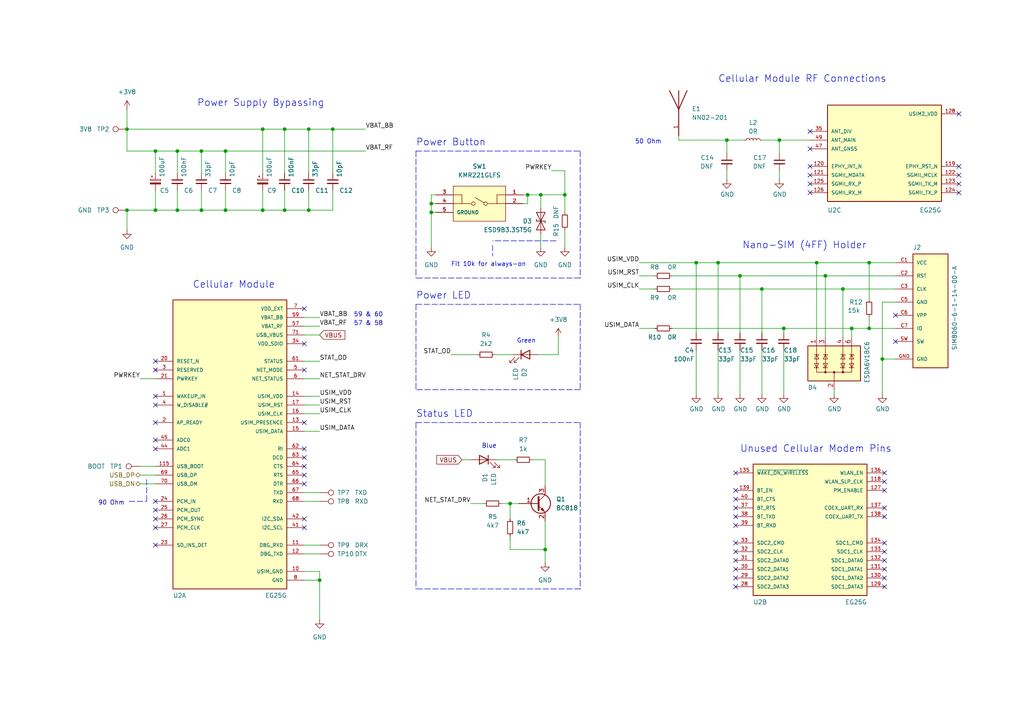
<source format=kicad_sch>
(kicad_sch (version 20211123) (generator eeschema)
  (paper "A4")
  (title_block (title "Cellular Modem"))
  (junction (at 82.55 60.96))
  (junction (at 65.405 60.96))
  (junction (at 92.71 168.275))
  (junction (at 239.395 80.01))
  (junction (at 226.06 40.64))
  (junction (at 125.095 59.055))
  (junction (at 156.845 56.515))
  (junction (at 89.535 37.465))
  (junction (at 147.955 146.05))
  (junction (at 214.63 80.01))
  (junction (at 252.095 95.25))
  (junction (at 125.095 61.595))
  (junction (at 247.015 95.25))
  (junction (at 45.085 60.96))
  (junction (at 82.55 37.465))
  (junction (at 51.435 43.815))
  (junction (at 163.83 56.515))
  (junction (at 51.435 60.96))
  (junction (at 252.095 76.2))
  (junction (at 201.93 76.2))
  (junction (at 76.2 60.96))
  (junction (at 58.42 43.815))
  (junction (at 96.52 37.465))
  (junction (at 255.905 104.14))
  (junction (at 236.855 76.2))
  (junction (at 36.83 60.96))
  (junction (at 153.035 56.515))
  (junction (at 36.83 37.465))
  (junction (at 58.42 60.96))
  (junction (at 227.33 95.25))
  (junction (at 89.535 60.96))
  (junction (at 220.98 83.82))
  (junction (at 210.82 40.64))
  (junction (at 208.28 76.2))
  (junction (at 158.115 159.385))
  (junction (at 244.475 83.82))
  (junction (at 76.2 37.465))
  (junction (at 65.405 43.815))
  (junction (at 45.085 43.815))
  (no_connect (at 259.715 91.44))
  (no_connect (at 88.265 135.255))
  (no_connect (at 88.265 137.795))
  (no_connect (at 88.265 140.335))
  (no_connect (at 88.265 153.035))
  (no_connect (at 88.265 150.495))
  (no_connect (at 45.085 107.315))
  (no_connect (at 45.085 104.775))
  (no_connect (at 45.085 130.175))
  (no_connect (at 45.085 127.635))
  (no_connect (at 45.085 122.555))
  (no_connect (at 88.265 99.695))
  (no_connect (at 88.265 107.315))
  (no_connect (at 88.265 122.555))
  (no_connect (at 234.95 43.18))
  (no_connect (at 234.95 38.1))
  (no_connect (at 88.265 130.175))
  (no_connect (at 259.715 99.06))
  (no_connect (at 88.265 132.715))
  (no_connect (at 45.085 153.035))
  (no_connect (at 45.085 158.115))
  (no_connect (at 45.085 150.495))
  (no_connect (at 45.085 145.415))
  (no_connect (at 45.085 147.955))
  (no_connect (at 234.95 48.26))
  (no_connect (at 278.13 48.26))
  (no_connect (at 278.13 50.8))
  (no_connect (at 278.13 55.88))
  (no_connect (at 278.13 33.02))
  (no_connect (at 278.13 53.34))
  (no_connect (at 234.95 53.34))
  (no_connect (at 234.95 50.8))
  (no_connect (at 234.95 55.88))
  (no_connect (at 213.36 149.86))
  (no_connect (at 213.36 147.32))
  (no_connect (at 213.36 152.4))
  (no_connect (at 213.36 157.48))
  (no_connect (at 213.36 167.64))
  (no_connect (at 213.36 165.1))
  (no_connect (at 213.36 160.02))
  (no_connect (at 213.36 170.18))
  (no_connect (at 213.36 162.56))
  (no_connect (at 256.54 167.64))
  (no_connect (at 256.54 160.02))
  (no_connect (at 256.54 165.1))
  (no_connect (at 256.54 170.18))
  (no_connect (at 256.54 162.56))
  (no_connect (at 213.36 144.78))
  (no_connect (at 213.36 137.16))
  (no_connect (at 213.36 142.24))
  (no_connect (at 256.54 157.48))
  (no_connect (at 256.54 137.16))
  (no_connect (at 256.54 142.24))
  (no_connect (at 256.54 149.86))
  (no_connect (at 256.54 147.32))
  (no_connect (at 256.54 139.7))
  (no_connect (at 88.265 89.535))
  (no_connect (at 45.085 114.935))
  (no_connect (at 45.085 117.475))
  (polyline (pts (xy 142.875 71.12) (xy 142.875 74.295)))
  (wire (pts (xy 76.2 60.96) (xy 82.55 60.96)))
  (wire (pts (xy 244.475 83.82) (xy 259.715 83.82)))
  (wire (pts (xy 88.265 104.775) (xy 92.71 104.775)))
  (wire (pts (xy 147.955 159.385) (xy 158.115 159.385)))
  (wire (pts (xy 45.085 135.255) (xy 40.64 135.255)))
  (wire (pts (xy 236.855 76.2) (xy 252.095 76.2)))
  (wire (pts (xy 255.905 104.14) (xy 259.715 104.14)))
  (wire (pts (xy 88.265 168.275) (xy 92.71 168.275)))
  (wire (pts (xy 194.945 83.82) (xy 220.98 83.82)))
  (wire (pts (xy 88.265 160.655) (xy 92.71 160.655)))
  (wire (pts (xy 163.83 61.595) (xy 163.83 56.515)))
  (wire (pts (xy 252.095 95.25) (xy 259.715 95.25)))
  (wire (pts (xy 220.98 40.64) (xy 226.06 40.64)))
  (wire (pts (xy 96.52 37.465) (xy 96.52 50.165)))
  (wire (pts (xy 133.985 133.35) (xy 136.525 133.35)))
  (wire (pts (xy 76.2 55.245) (xy 76.2 60.96)))
  (polyline (pts (xy 42.545 139.065) (xy 42.545 145.415)))
  (wire (pts (xy 201.93 101.6) (xy 201.93 114.3)))
  (wire (pts (xy 147.955 146.05) (xy 150.495 146.05)))
  (wire (pts (xy 40.64 140.335) (xy 45.085 140.335)))
  (wire (pts (xy 92.71 168.275) (xy 92.71 179.705)))
  (wire (pts (xy 65.405 43.815) (xy 106.045 43.815)))
  (wire (pts (xy 226.06 49.53) (xy 226.06 52.07)))
  (polyline (pts (xy 168.275 88.265) (xy 168.275 113.03)))
  (wire (pts (xy 36.83 31.75) (xy 36.83 37.465)))
  (wire (pts (xy 214.63 80.01) (xy 239.395 80.01)))
  (polyline (pts (xy 161.29 69.85) (xy 142.875 69.85)))
  (wire (pts (xy 82.55 37.465) (xy 89.535 37.465)))
  (wire (pts (xy 82.55 55.245) (xy 82.55 60.96)))
  (wire (pts (xy 96.52 55.245) (xy 96.52 60.96)))
  (wire (pts (xy 214.63 96.52) (xy 214.63 80.01)))
  (wire (pts (xy 185.42 80.01) (xy 189.865 80.01)))
  (polyline (pts (xy 120.65 122.555) (xy 120.65 170.815)))
  (wire (pts (xy 88.265 97.155) (xy 92.71 97.155)))
  (polyline (pts (xy 120.65 43.815) (xy 120.65 80.645)))
  (wire (pts (xy 65.405 55.245) (xy 65.405 60.96)))
  (wire (pts (xy 189.865 95.25) (xy 185.42 95.25)))
  (wire (pts (xy 210.82 40.64) (xy 215.9 40.64)))
  (wire (pts (xy 220.98 83.82) (xy 220.98 96.52)))
  (wire (pts (xy 51.435 55.245) (xy 51.435 60.96)))
  (wire (pts (xy 145.415 146.05) (xy 147.955 146.05)))
  (wire (pts (xy 36.83 37.465) (xy 36.83 43.815)))
  (wire (pts (xy 58.42 43.815) (xy 65.405 43.815)))
  (wire (pts (xy 158.115 159.385) (xy 158.115 163.195)))
  (wire (pts (xy 51.435 43.815) (xy 58.42 43.815)))
  (wire (pts (xy 194.945 80.01) (xy 214.63 80.01)))
  (wire (pts (xy 156.845 67.945) (xy 156.845 71.755)))
  (wire (pts (xy 163.83 56.515) (xy 163.83 49.53)))
  (polyline (pts (xy 120.65 122.555) (xy 168.275 122.555)))
  (wire (pts (xy 45.085 109.855) (xy 40.64 109.855)))
  (wire (pts (xy 185.42 76.2) (xy 201.93 76.2)))
  (wire (pts (xy 88.265 158.115) (xy 92.71 158.115)))
  (wire (pts (xy 88.265 145.415) (xy 92.71 145.415)))
  (wire (pts (xy 208.28 76.2) (xy 208.28 96.52)))
  (wire (pts (xy 252.095 91.948) (xy 252.095 95.25)))
  (wire (pts (xy 65.405 43.815) (xy 65.405 50.165)))
  (wire (pts (xy 88.265 114.935) (xy 92.71 114.935)))
  (wire (pts (xy 239.395 80.01) (xy 259.715 80.01)))
  (wire (pts (xy 156.21 102.87) (xy 161.925 102.87)))
  (wire (pts (xy 255.905 87.63) (xy 255.905 104.14)))
  (polyline (pts (xy 168.275 43.815) (xy 168.275 80.645)))
  (wire (pts (xy 58.42 60.96) (xy 65.405 60.96)))
  (wire (pts (xy 88.265 117.475) (xy 92.71 117.475)))
  (wire (pts (xy 89.535 55.245) (xy 89.535 60.96)))
  (wire (pts (xy 136.525 146.05) (xy 140.335 146.05)))
  (wire (pts (xy 88.265 92.075) (xy 92.71 92.075)))
  (wire (pts (xy 65.405 60.96) (xy 76.2 60.96)))
  (wire (pts (xy 189.865 83.82) (xy 185.42 83.82)))
  (wire (pts (xy 82.55 37.465) (xy 82.55 50.165)))
  (wire (pts (xy 147.955 155.575) (xy 147.955 159.385)))
  (wire (pts (xy 40.64 137.795) (xy 45.085 137.795)))
  (wire (pts (xy 160.02 49.53) (xy 163.83 49.53)))
  (wire (pts (xy 226.06 40.64) (xy 226.06 44.45)))
  (wire (pts (xy 153.035 56.515) (xy 151.765 56.515)))
  (wire (pts (xy 45.085 43.815) (xy 45.085 50.165)))
  (wire (pts (xy 196.85 40.64) (xy 210.82 40.64)))
  (wire (pts (xy 58.42 55.245) (xy 58.42 60.96)))
  (wire (pts (xy 153.035 59.055) (xy 153.035 56.515)))
  (wire (pts (xy 51.435 60.96) (xy 58.42 60.96)))
  (wire (pts (xy 88.265 165.735) (xy 92.71 165.735)))
  (wire (pts (xy 163.83 66.675) (xy 163.83 71.755)))
  (wire (pts (xy 89.535 37.465) (xy 89.535 50.165)))
  (wire (pts (xy 220.98 101.6) (xy 220.98 114.3)))
  (wire (pts (xy 147.955 146.05) (xy 147.955 150.495)))
  (wire (pts (xy 161.925 97.79) (xy 161.925 102.87)))
  (wire (pts (xy 210.82 49.53) (xy 210.82 52.07)))
  (wire (pts (xy 210.82 40.64) (xy 210.82 44.45)))
  (wire (pts (xy 36.83 37.465) (xy 76.2 37.465)))
  (wire (pts (xy 220.98 83.82) (xy 244.475 83.82)))
  (wire (pts (xy 227.33 95.25) (xy 247.015 95.25)))
  (wire (pts (xy 36.83 60.96) (xy 36.83 66.675)))
  (wire (pts (xy 196.85 40.64) (xy 196.85 39.37)))
  (polyline (pts (xy 168.275 170.815) (xy 120.65 170.815)))
  (wire (pts (xy 125.095 59.055) (xy 126.365 59.055)))
  (wire (pts (xy 130.81 102.87) (xy 138.43 102.87)))
  (wire (pts (xy 158.115 133.35) (xy 158.115 140.97)))
  (wire (pts (xy 194.945 95.25) (xy 227.33 95.25)))
  (wire (pts (xy 51.435 43.815) (xy 51.435 50.165)))
  (wire (pts (xy 208.28 101.6) (xy 208.28 114.3)))
  (wire (pts (xy 125.095 59.055) (xy 125.095 61.595)))
  (wire (pts (xy 76.2 37.465) (xy 82.55 37.465)))
  (wire (pts (xy 125.095 56.515) (xy 125.095 59.055)))
  (wire (pts (xy 252.095 86.868) (xy 252.095 76.2)))
  (wire (pts (xy 89.535 60.96) (xy 96.52 60.96)))
  (wire (pts (xy 88.265 142.875) (xy 92.71 142.875)))
  (wire (pts (xy 125.095 61.595) (xy 126.365 61.595)))
  (polyline (pts (xy 120.65 88.265) (xy 120.65 113.03)))
  (wire (pts (xy 36.83 43.815) (xy 45.085 43.815)))
  (wire (pts (xy 227.33 96.52) (xy 227.33 95.25)))
  (wire (pts (xy 45.085 60.96) (xy 51.435 60.96)))
  (wire (pts (xy 201.93 76.2) (xy 208.28 76.2)))
  (polyline (pts (xy 120.65 88.265) (xy 168.275 88.265)))
  (wire (pts (xy 76.2 37.465) (xy 76.2 50.165)))
  (wire (pts (xy 82.55 60.96) (xy 89.535 60.96)))
  (wire (pts (xy 148.59 102.87) (xy 143.51 102.87)))
  (wire (pts (xy 163.83 56.515) (xy 156.845 56.515)))
  (wire (pts (xy 58.42 43.815) (xy 58.42 50.165)))
  (wire (pts (xy 153.035 56.515) (xy 156.845 56.515)))
  (wire (pts (xy 45.085 43.815) (xy 51.435 43.815)))
  (wire (pts (xy 252.095 76.2) (xy 259.715 76.2)))
  (wire (pts (xy 154.305 133.35) (xy 158.115 133.35)))
  (wire (pts (xy 92.71 165.735) (xy 92.71 168.275)))
  (wire (pts (xy 88.265 109.855) (xy 92.71 109.855)))
  (wire (pts (xy 208.28 76.2) (xy 236.855 76.2)))
  (wire (pts (xy 236.855 76.2) (xy 236.855 97.79)))
  (polyline (pts (xy 120.65 43.815) (xy 168.275 43.815)))
  (wire (pts (xy 201.93 76.2) (xy 201.93 96.52)))
  (wire (pts (xy 226.06 40.64) (xy 234.95 40.64)))
  (wire (pts (xy 45.085 55.245) (xy 45.085 60.96)))
  (wire (pts (xy 255.905 87.63) (xy 259.715 87.63)))
  (wire (pts (xy 88.265 94.615) (xy 92.71 94.615)))
  (wire (pts (xy 244.475 83.82) (xy 244.475 97.79)))
  (wire (pts (xy 89.535 37.465) (xy 96.52 37.465)))
  (wire (pts (xy 227.33 101.6) (xy 227.33 114.3)))
  (wire (pts (xy 88.265 125.095) (xy 92.71 125.095)))
  (wire (pts (xy 255.905 104.14) (xy 255.905 114.3)))
  (wire (pts (xy 247.015 95.25) (xy 252.095 95.25)))
  (wire (pts (xy 126.365 56.515) (xy 125.095 56.515)))
  (wire (pts (xy 36.83 60.96) (xy 45.085 60.96)))
  (wire (pts (xy 88.265 120.015) (xy 92.71 120.015)))
  (wire (pts (xy 247.015 95.25) (xy 247.015 97.79)))
  (wire (pts (xy 151.765 59.055) (xy 153.035 59.055)))
  (wire (pts (xy 241.935 113.03) (xy 241.935 114.3)))
  (wire (pts (xy 156.845 56.515) (xy 156.845 60.325)))
  (polyline (pts (xy 168.275 122.555) (xy 168.275 170.815)))
  (wire (pts (xy 96.52 37.465) (xy 106.045 37.465)))
  (polyline (pts (xy 37.465 145.415) (xy 42.545 145.415)))
  (wire (pts (xy 158.115 151.13) (xy 158.115 159.385)))
  (wire (pts (xy 144.145 133.35) (xy 149.225 133.35)))
  (wire (pts (xy 125.095 61.595) (xy 125.095 71.755)))
  (polyline (pts (xy 168.275 80.645) (xy 120.65 80.645)))
  (wire (pts (xy 214.63 101.6) (xy 214.63 114.3)))
  (polyline (pts (xy 168.275 113.03) (xy 120.65 113.03)))
  (wire (pts (xy 239.395 80.01) (xy 239.395 97.79)))
  (text "Status LED" (at 120.65 121.285 0) (effects (font (size 2 2)) (justify left bottom)))
  (text "57 & 58" (at 111.125 94.615 180) (effects (font (size 1.27 1.27)) (justify right bottom)))
  (text "59 & 60" (at 111.125 92.075 180) (effects (font (size 1.27 1.27)) (justify right bottom)))
  (text "Green" (at 149.86 99.695 0) (effects (font (size 1.27 1.27)) (justify left bottom)))
  (text "Unused Cellular Modem Pins" (at 214.63 131.445 0) (effects (font (size 2 2)) (justify left bottom)))
  (text "Blue" (at 139.7 130.175 0) (effects (font (size 1.27 1.27)) (justify left bottom)))
  (text "90 Ohm" (at 36.195 146.685 180) (effects (font (size 1.27 1.27)) (justify right bottom)))
  (text "50 Ohm" (at 184.15 41.91 0) (effects (font (size 1.27 1.27)) (justify left bottom)))
  (text "Power LED" (at 120.65 86.995 0) (effects (font (size 2 2)) (justify left bottom)))
  (text "Power Supply Bypassing" (at 57.15 31.115 0) (effects (font (size 2 2)) (justify left bottom)))
  (text "Nano-SIM (4FF) Holder" (at 215.265 72.39 0) (effects (font (size 2 2)) (justify left bottom)))
  (text "Power Button" (at 120.65 42.545 0) (effects (font (size 2 2)) (justify left bottom)))
  (text "Cellular Module" (at 55.88 83.82 0) (effects (font (size 2 2)) (justify left bottom)))
  (text "Cellular Module RF Connections" (at 208.28 24.13 0) (effects (font (size 2 2)) (justify left bottom)))
  (text "Fit 10k for always-on" (at 130.81 77.47 0) (effects (font (size 1.27 1.27)) (justify left bottom)))
  (label "STAT_OD" (at 130.81 102.87 180))
  (label "VBAT_RF" (at 92.71 94.615 0))
  (label "USIM_CLK" (at 185.42 83.82 180))
  (label "USIM_CLK" (at 92.71 120.015 0))
  (label "USIM_VDD" (at 92.71 114.935 0))
  (label "VBAT_BB" (at 106.045 37.465 0))
  (label "USIM_DATA" (at 92.71 125.095 0))
  (label "USIM_VDD" (at 185.42 76.2 180))
  (label "PWRKEY" (at 160.02 49.53 180))
  (label "VBAT_BB" (at 92.71 92.075 0))
  (label "NET_STAT_DRV" (at 92.71 109.855 0))
  (label "USIM_DATA" (at 185.42 95.25 180))
  (label "PWRKEY" (at 40.64 109.855 180))
  (label "USIM_RST" (at 185.42 80.01 180))
  (label "NET_STAT_DRV" (at 136.525 146.05 180))
  (label "VBAT_RF" (at 106.045 43.815 0))
  (label "USIM_RST" (at 92.71 117.475 0))
  (label "STAT_OD" (at 92.71 104.775 0))
  (global_label "VBUS" (shape input) (at 133.985 133.35 180) (property "Intersheet References" "${INTERSHEET_REFS}" (effects hide)))
  (global_label "VBUS" (shape input) (at 92.71 97.155 0) (property "Intersheet References" "${INTERSHEET_REFS}" (effects hide)))
  (hierarchical_label "USB_DN" (shape bidirectional) (at 40.64 140.335 180))
  (hierarchical_label "USB_DP" (shape bidirectional) (at 40.64 137.795 180))
  (symbol (lib_id "power:GND") (at 214.63 114.3 0) (unit 1)
    (property "Reference" "#PWR018" (effects hide))
    (property "Value" "GND" (at 214.7316 118.618 0))
  )
  (symbol (lib_id "power:+3V8") (at 161.925 97.79 0) (unit 1)
    (property "Reference" "#PWR014" (effects hide))
    (property "Value" "+3V8" (at 161.925 92.71 0))
  )
  (symbol (lib_id "Device:C_Small") (at 51.435 52.705 0) (unit 1)
    (property "Reference" "C6" (at 53.34 55.245 0) (effects (justify left)))
    (property "Value" "100nF" (at 53.34 51.435 90) (effects (justify left)))
    (property "Footprint" "Capacitor_SMD:C_0603_1608Metric" (effects hide))
  )
  (symbol (lib_name "EG25G_1") (lib_id "EG25G:EG25G") (at 237.49 152.4 0) (unit 2)
    (property "Reference" "U2" (at 218.44 174.625 0) (effects (justify left)))
    (property "Value" "EG25G" (at 251.46 174.625 0) (effects (justify right)))
    (property "Footprint" "EG25G:XCVR_EG25G" (effects hide))
  )
  (symbol (lib_id "Device:C_Small") (at 82.55 52.705 0) (unit 1)
    (property "Reference" "C10" (at 84.455 55.245 0) (effects (justify left)))
    (property "Value" "100nF" (at 84.455 51.435 90) (effects (justify left)))
    (property "Footprint" "Capacitor_SMD:C_0603_1608Metric" (effects hide))
  )
  (symbol (lib_id "Device:LED") (at 152.4 102.87 0) (unit 1)
    (property "Reference" "D2" (at 152.0826 106.68 90) (effects (justify right)))
    (property "Value" "LED" (at 149.5426 106.68 90) (effects (justify right)))
    (property "Footprint" "LED_SMD:LED_0603_1608Metric" (effects hide))
  )
  (symbol (lib_id "Device:C_Polarized_Small") (at 45.085 52.705 0) (unit 1)
    (property "Reference" "C5" (at 46.355 55.245 0) (effects (justify left)))
    (property "Value" "100uF" (at 46.99 51.435 90) (effects (justify left)))
    (property "Footprint" "Capacitor_Tantalum_SMD:CP_EIA-3528-21_Kemet-B" (effects hide))
  )
  (symbol (lib_id "power:GND") (at 210.82 52.07 0) (unit 1)
    (property "Reference" "#PWR017" (effects hide))
    (property "Value" "GND" (at 210.9216 56.388 0))
  )
  (symbol (lib_id "KMR221GLFS:KMR221GLFS") (at 151.765 56.515 0) (mirror y) (unit 1)
    (property "Reference" "SW1" (at 139.065 48.26 0))
    (property "Value" "KMR221GLFS" (at 139.065 50.8 0))
    (property "Footprint" "KMR221GLFS:CK-KMR221GLFS-MFG" (effects hide))
    (property "Datasheet" "https://www.ckswitches.com/media/1479/kmr2.pdf" (effects hide))
  )
  (symbol (lib_id "Device:C_Small") (at 210.82 46.99 0) (unit 1)
    (property "Reference" "C14" (at 203.2 45.72 0) (effects (justify left)))
    (property "Value" "DNF" (at 207.01 48.26 0) (effects (justify right)))
    (property "Footprint" "Capacitor_SMD:C_0603_1608Metric" (effects hide))
  )
  (symbol (lib_id "Device:C_Small") (at 65.405 52.705 0) (unit 1)
    (property "Reference" "C8" (at 67.31 55.245 0) (effects (justify left)))
    (property "Value" "10pF" (at 67.31 51.435 90) (effects (justify left)))
    (property "Footprint" "Capacitor_SMD:C_0603_1608Metric" (effects hide))
  )
  (symbol (lib_id "Device:R_Small") (at 192.405 83.82 270) (unit 1)
    (property "Reference" "R9" (at 189.865 86.36 90))
    (property "Value" "0R" (at 194.945 86.36 90))
    (property "Footprint" "Resistor_SMD:R_0603_1608Metric" (effects hide))
  )
  (symbol (lib_id "Device:R_Small") (at 163.83 64.135 0) (unit 1)
    (property "Reference" "R15" (at 161.29 66.675 90))
    (property "Value" "DNF" (at 161.29 61.595 90))
    (property "Footprint" "Resistor_SMD:R_0603_1608Metric" (effects hide))
  )
  (symbol (lib_id "Device:C_Polarized_Small") (at 76.2 52.705 0) (unit 1)
    (property "Reference" "C9" (at 77.47 55.245 0) (effects (justify left)))
    (property "Value" "100uF" (at 78.105 51.435 90) (effects (justify left)))
    (property "Footprint" "Capacitor_Tantalum_SMD:CP_EIA-3528-21_Kemet-B" (effects hide))
  )
  (symbol (lib_id "Transistor_BJT:BC818") (at 155.575 146.05 0) (unit 1)
    (property "Reference" "Q1" (at 161.29 144.7799 0) (effects (justify left)))
    (property "Value" "BC818" (at 161.29 147.3199 0) (effects (justify left)))
    (property "Footprint" "Package_TO_SOT_SMD:SOT-23" (effects hide))
    (property "Datasheet" "https://www.onsemi.com/pub/Collateral/BC818-D.pdf" (effects hide))
  )
  (symbol (lib_id "power:GND") (at 227.33 114.3 0) (unit 1)
    (property "Reference" "#PWR021" (effects hide))
    (property "Value" "GND" (at 227.4316 118.618 0))
  )
  (symbol (lib_id "Device:C_Small") (at 96.52 52.705 0) (unit 1)
    (property "Reference" "C12" (at 98.425 55.245 0) (effects (justify left)))
    (property "Value" "10pF" (at 98.425 51.435 90) (effects (justify left)))
    (property "Footprint" "Capacitor_SMD:C_0603_1608Metric" (effects hide))
  )
  (symbol (lib_id "power:GND") (at 201.93 114.3 0) (unit 1)
    (property "Reference" "#PWR0102" (effects hide))
    (property "Value" "GND" (at 202.0316 118.618 0))
  )
  (symbol (lib_id "NN02-201:NN02-201") (at 196.85 34.29 0) (unit 1)
    (property "Reference" "E1" (at 200.66 31.5594 0) (effects (justify left)))
    (property "Value" "NN02-201" (at 200.66 34.0994 0) (effects (justify left)))
    (property "Footprint" "NN02-201:XCVR_NN02-201" (effects hide))
    (property "MAXIMUM_PACKAGE_HEIGHT" "1.0mm" (effects hide))
    (property "MANUFACTURER" "FRACTUS ANTENNAS" (effects hide))
    (property "PARTREV" "December 2020" (effects hide))
    (property "STANDARD" "Manufacturer recommendations" (effects hide))
  )
  (symbol (lib_id "Device:C_Small") (at 214.63 99.06 0) (unit 1)
    (property "Reference" "C15" (at 214.63 101.6 0) (effects (justify left)))
    (property "Value" "33pF" (at 214.63 104.14 0) (effects (justify left)))
    (property "Footprint" "Capacitor_SMD:C_0603_1608Metric" (effects hide))
    (property "Int @ 10" "0.023" (effects hide))
    (property "MPN" "06035A330KAT2A" (effects hide))
    (property "Mfr" "AVX" (effects hide))
    (property "SKU" "581-06035A330KAT2A" (effects hide))
    (property "Vendor" "Mouser" (effects hide))
  )
  (symbol (lib_id "Device:C_Small") (at 227.33 99.06 0) (unit 1)
    (property "Reference" "C18" (at 227.33 101.6 0) (effects (justify left)))
    (property "Value" "33pF" (at 227.33 104.14 0) (effects (justify left)))
    (property "Footprint" "Capacitor_SMD:C_0603_1608Metric" (effects hide))
    (property "Int @ 10" "0.023" (effects hide))
    (property "MPN" "06035A330KAT2A" (effects hide))
    (property "Mfr" "AVX" (effects hide))
    (property "SKU" "581-06035A330KAT2A" (effects hide))
    (property "Vendor" "Mouser" (effects hide))
  )
  (symbol (lib_id "Diode:ESD9B3.3ST5G") (at 156.845 64.135 90) (unit 1)
    (property "Reference" "D3" (at 154.305 64.135 90) (effects (justify left)))
    (property "Value" "ESD9B3.3ST5G" (at 154.305 66.675 90) (effects (justify left)))
    (property "Footprint" "Diode_SMD:D_0603_1608Metric" (effects hide))
    (property "Datasheet" "https://www.onsemi.com/pub/Collateral/ESD9B-D.PDF" (effects hide))
  )
  (symbol (lib_id "power:GND") (at 125.095 71.755 0) (unit 1)
    (property "Reference" "#PWR010" (effects hide))
    (property "Value" "GND" (at 125.095 76.835 0))
  )
  (symbol (lib_id "Device:R_Small") (at 147.955 153.035 180) (unit 1)
    (property "Reference" "R6" (at 149.86 151.7649 0) (effects (justify right)))
    (property "Value" "4k7" (at 149.86 154.3049 0) (effects (justify right)))
    (property "Footprint" "Resistor_SMD:R_0603_1608Metric" (effects hide))
  )
  (symbol (lib_id "EG25G:EG25G") (at 256.54 44.45 0) (unit 3)
    (property "Reference" "U2" (at 240.03 60.96 0) (effects (justify left)))
    (property "Value" "EG25G" (at 273.05 60.96 0) (effects (justify right)))
    (property "Footprint" "EG25G:XCVR_EG25G" (effects hide))
  )
  (symbol (lib_id "Device:C_Small") (at 208.28 99.06 0) (unit 1)
    (property "Reference" "C13" (at 208.28 101.6 0) (effects (justify left)))
    (property "Value" "33pF" (at 208.28 104.14 0) (effects (justify left)))
    (property "Footprint" "Capacitor_SMD:C_0603_1608Metric" (effects hide))
    (property "Int @ 10" "0.023" (effects hide))
    (property "MPN" "06035A330KAT2A" (effects hide))
    (property "Mfr" "AVX" (effects hide))
    (property "SKU" "581-06035A330KAT2A" (effects hide))
    (property "Vendor" "Mouser" (effects hide))
  )
  (symbol (lib_id "Device:R_Small") (at 252.095 89.408 0) (unit 1)
    (property "Reference" "R12" (at 248.285 87.63 0))
    (property "Value" "15k" (at 247.65 90.043 0))
    (property "Footprint" "Resistor_SMD:R_0603_1608Metric" (effects hide))
  )
  (symbol (lib_id "Device:C_Small") (at 201.93 99.06 0) (unit 1)
    (property "Reference" "C4" (at 198.628 101.6 0) (effects (justify left)))
    (property "Value" "100nF" (at 195.326 104.14 0) (effects (justify left)))
    (property "Footprint" "Capacitor_SMD:C_0603_1608Metric" (effects hide))
  )
  (symbol (lib_id "power:GND") (at 208.28 114.3 0) (unit 1)
    (property "Reference" "#PWR016" (effects hide))
    (property "Value" "GND" (at 208.3816 118.618 0))
  )
  (symbol (lib_id "Connector:TestPoint") (at 40.64 135.255 90) (unit 1)
    (property "Reference" "TP1" (at 35.56 135.255 90) (effects (justify left)))
    (property "Value" "BOOT" (at 30.48 135.255 90) (effects (justify left)))
    (property "Footprint" "TestPoint:TestPoint_Pad_1.0x1.0mm" (effects hide))
  )
  (symbol (lib_id "SIM8060-6-1-14-00-A:SIM8060-6-1-14-00-A") (at 269.875 86.36 0) (unit 1)
    (property "Reference" "J2" (at 264.795 71.755 0) (effects (justify left)))
    (property "Value" "SIM8060-6-1-14-00-A" (at 276.86 101.6 90) (effects (justify left)))
    (property "Footprint" "SIM8060-6-1-14-00-A:GCT_SIM8060-6-1-14-00-A" (effects hide))
    (property "STANDARD" "Manufacturer recommendations" (effects hide))
    (property "MANUFACTURER" "GCT" (effects hide))
    (property "PARTREV" "A" (effects hide))
  )
  (symbol (lib_id "Connector:TestPoint") (at 92.71 145.415 270) (unit 1)
    (property "Reference" "TP8" (at 97.79 145.415 90) (effects (justify left)))
    (property "Value" "RXD" (at 102.87 145.415 90) (effects (justify left)))
    (property "Footprint" "TestPoint:TestPoint_Pad_1.0x1.0mm" (effects hide))
  )
  (symbol (lib_id "Connector:TestPoint") (at 92.71 160.655 270) (unit 1)
    (property "Reference" "TP10" (at 97.79 160.655 90) (effects (justify left)))
    (property "Value" "DTX" (at 102.87 160.655 90) (effects (justify left)))
    (property "Footprint" "TestPoint:TestPoint_Pad_1.0x1.0mm" (effects hide))
  )
  (symbol (lib_id "Device:R_Small") (at 151.765 133.35 90) (mirror x) (unit 1)
    (property "Reference" "R7" (at 151.765 127.635 90))
    (property "Value" "1k" (at 151.765 130.175 90))
    (property "Footprint" "Resistor_SMD:R_0603_1608Metric" (effects hide))
  )
  (symbol (lib_id "Device:C_Small") (at 58.42 52.705 0) (unit 1)
    (property "Reference" "C7" (at 60.325 55.245 0) (effects (justify left)))
    (property "Value" "33pF" (at 60.325 51.435 90) (effects (justify left)))
    (property "Footprint" "Capacitor_SMD:C_0603_1608Metric" (effects hide))
  )
  (symbol (lib_id "Device:C_Small") (at 220.98 99.06 0) (unit 1)
    (property "Reference" "C16" (at 220.98 101.6 0) (effects (justify left)))
    (property "Value" "33pF" (at 220.98 104.14 0) (effects (justify left)))
    (property "Footprint" "Capacitor_SMD:C_0603_1608Metric" (effects hide))
    (property "Int @ 10" "0.023" (effects hide))
    (property "MPN" "06035A330KAT2A" (effects hide))
    (property "Mfr" "AVX" (effects hide))
    (property "SKU" "581-06035A330KAT2A" (effects hide))
    (property "Vendor" "Mouser" (effects hide))
  )
  (symbol (lib_id "Device:R_Small") (at 192.405 80.01 270) (unit 1)
    (property "Reference" "R8" (at 189.865 77.47 90))
    (property "Value" "0R" (at 194.945 77.47 90))
    (property "Footprint" "Resistor_SMD:R_0603_1608Metric" (effects hide))
  )
  (symbol (lib_id "power:GND") (at 36.83 66.675 0) (unit 1)
    (property "Reference" "#PWR08" (effects hide))
    (property "Value" "GND" (at 36.83 71.755 0))
  )
  (symbol (lib_id "power:GND") (at 255.905 114.3 0) (unit 1)
    (property "Reference" "#PWR023" (effects hide))
    (property "Value" "GND" (at 256.0066 118.618 0))
  )
  (symbol (lib_id "Device:R_Small") (at 142.875 146.05 270) (unit 1)
    (property "Reference" "R5" (at 142.875 149.86 90))
    (property "Value" "4k7" (at 142.875 152.4 90))
    (property "Footprint" "Resistor_SMD:R_0603_1608Metric" (effects hide))
  )
  (symbol (lib_id "Connector:TestPoint") (at 36.83 37.465 90) (unit 1)
    (property "Reference" "TP2" (at 31.75 37.465 90) (effects (justify left)))
    (property "Value" "3V8" (at 26.67 37.465 90) (effects (justify left)))
    (property "Footprint" "TestPoint:TestPoint_Pad_1.0x1.0mm" (effects hide))
  )
  (symbol (lib_id "power:GND") (at 92.71 179.705 0) (unit 1)
    (property "Reference" "#PWR09" (effects hide))
    (property "Value" "GND" (at 92.71 184.785 0))
  )
  (symbol (lib_id "power:GND") (at 226.06 52.07 0) (unit 1)
    (property "Reference" "#PWR020" (effects hide))
    (property "Value" "GND" (at 226.1616 56.388 0))
  )
  (symbol (lib_id "Connector:TestPoint") (at 92.71 142.875 270) (unit 1)
    (property "Reference" "TP7" (at 97.79 142.875 90) (effects (justify left)))
    (property "Value" "TXD" (at 102.87 142.875 90) (effects (justify left)))
    (property "Footprint" "TestPoint:TestPoint_Pad_1.0x1.0mm" (effects hide))
  )
  (symbol (lib_id "Device:R_Small") (at 192.405 95.25 270) (unit 1)
    (property "Reference" "R10" (at 189.865 97.79 90))
    (property "Value" "0R" (at 194.945 97.79 90))
    (property "Footprint" "Resistor_SMD:R_0603_1608Metric" (effects hide))
  )
  (symbol (lib_id "Device:C_Small") (at 89.535 52.705 0) (unit 1)
    (property "Reference" "C11" (at 91.44 55.245 0) (effects (justify left)))
    (property "Value" "33pF" (at 91.44 51.435 90) (effects (justify left)))
    (property "Footprint" "Capacitor_SMD:C_0603_1608Metric" (effects hide))
  )
  (symbol (lib_id "power:+3V8") (at 36.83 31.75 0) (unit 1)
    (property "Reference" "#PWR07" (effects hide))
    (property "Value" "+3V8" (at 36.83 26.67 0))
  )
  (symbol (lib_id "power:GND") (at 220.98 114.3 0) (unit 1)
    (property "Reference" "#PWR019" (effects hide))
    (property "Value" "GND" (at 221.0816 118.618 0))
  )
  (symbol (lib_id "power:GND") (at 156.845 71.755 0) (unit 1)
    (property "Reference" "#PWR013" (effects hide))
    (property "Value" "GND" (at 156.845 76.835 0))
  )
  (symbol (lib_id "Device:LED") (at 140.335 133.35 0) (mirror y) (unit 1)
    (property "Reference" "D1" (at 140.6524 137.16 90) (effects (justify right)))
    (property "Value" "LED" (at 143.1924 137.16 90) (effects (justify right)))
    (property "Footprint" "LED_SMD:LED_0603_1608Metric" (effects hide))
  )
  (symbol (lib_id "Power_Protection:ESDA6V1BC6") (at 241.935 105.41 0) (unit 1)
    (property "Reference" "D4" (at 234.315 112.395 0) (effects (justify left)))
    (property "Value" "ESDA6V1BC6" (at 251.46 111.125 90) (effects (justify left)))
    (property "Footprint" "Package_TO_SOT_SMD:SOT-23-6" (effects hide))
    (property "Datasheet" "http://www.st.com/content/ccc/resource/technical/document/datasheet/21/07/21/e3/a8/df/42/a2/CD00001906.pdf/files/CD00001906.pdf/jcr:content/translations/en.CD00001906.pdf" (effects hide))
  )
  (symbol (lib_id "Device:C_Small") (at 226.06 46.99 0) (unit 1)
    (property "Reference" "C17" (at 218.44 45.72 0) (effects (justify left)))
    (property "Value" "DNF" (at 222.25 48.26 0) (effects (justify right)))
    (property "Footprint" "Capacitor_SMD:C_0603_1608Metric" (effects hide))
  )
  (symbol (lib_id "power:GND") (at 241.935 114.3 0) (unit 1)
    (property "Reference" "#PWR022" (effects hide))
    (property "Value" "GND" (at 242.0366 118.618 0))
  )
  (symbol (lib_id "power:GND") (at 163.83 71.755 0) (unit 1)
    (property "Reference" "#PWR0101" (effects hide))
    (property "Value" "GND" (at 163.83 76.835 0))
  )
  (symbol (lib_id "Connector:TestPoint") (at 92.71 158.115 270) (unit 1)
    (property "Reference" "TP9" (at 97.79 158.115 90) (effects (justify left)))
    (property "Value" "DRX" (at 102.87 158.115 90) (effects (justify left)))
    (property "Footprint" "TestPoint:TestPoint_Pad_1.0x1.0mm" (effects hide))
  )
  (symbol (lib_name "EG25G_2") (lib_id "EG25G:EG25G") (at 67.945 127.635 0) (unit 1)
    (property "Reference" "U2" (at 50.165 172.72 0) (effects (justify left)))
    (property "Value" "EG25G" (at 83.185 172.72 0) (effects (justify right)))
    (property "Footprint" "EG25G:XCVR_EG25G" (effects hide))
  )
  (symbol (lib_id "Device:R_Small") (at 140.97 102.87 270) (unit 1)
    (property "Reference" "R4" (at 140.97 97.155 90))
    (property "Value" "2k2" (at 140.97 99.695 90))
    (property "Footprint" "Resistor_SMD:R_0603_1608Metric" (effects hide))
  )
  (symbol (lib_id "Connector:TestPoint") (at 36.83 60.96 90) (unit 1)
    (property "Reference" "TP3" (at 31.75 60.96 90) (effects (justify left)))
    (property "Value" "GND" (at 26.67 60.96 90) (effects (justify left)))
    (property "Footprint" "TestPoint:TestPoint_Pad_1.0x1.0mm" (effects hide))
  )
  (symbol (lib_id "Device:L_Small") (at 218.44 40.64 90) (unit 1)
    (property "Reference" "L2" (at 218.44 35.56 90))
    (property "Value" "0R" (at 218.44 38.1 90))
    (property "Footprint" "Inductor_SMD:L_0603_1608Metric" (effects hide))
  )
  (symbol (lib_id "power:GND") (at 158.115 163.195 0) (unit 1)
    (property "Reference" "#PWR012" (effects hide))
    (property "Value" "GND" (at 158.115 168.275 0))
  )
)
</source>
